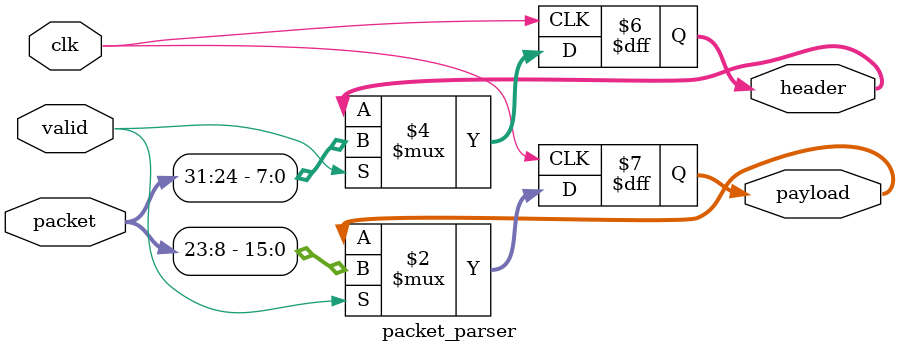
<source format=sv>
module packet_parser #(parameter DW=32) (
    input clk, valid,
    input [DW-1:0] packet,
    output reg [7:0] header,
    output reg [15:0] payload
);
    always @(posedge clk) if(valid) begin
        header <= packet[31:24];
        payload <= packet[23:8];
    end
endmodule

</source>
